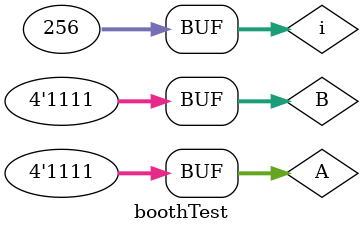
<source format=v>
`timescale 1ns / 1ps


module boothTest;

	// Inputs
	reg [3:0] A;
	reg [3:0] B;

	// Outputs
	wire [7:0] P;

	// Instantiate the Unit Under Test (UUT)
	boothMult uut (
		.A(A), 
		.B(B), 
		.P(P)
	);

	integer i;
	initial begin
		// Initialize Inputs
		A = 0;
		B = 0;

		// Wait 100 ns for global reset to finish
		#100;
        
		for(i = 0; i < 256; i = i + 1)
			#10 {A,B} = i;
	end
      
endmodule


</source>
